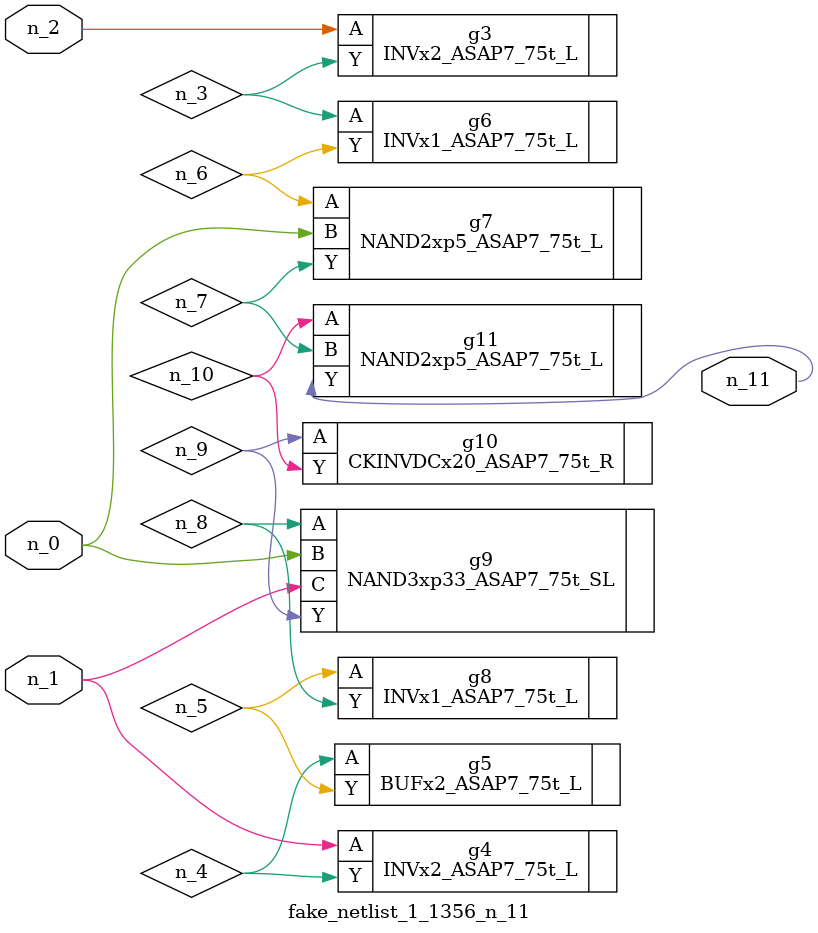
<source format=v>
module fake_netlist_1_1356_n_11 (n_1, n_2, n_0, n_11);
input n_1;
input n_2;
input n_0;
output n_11;
wire n_6;
wire n_4;
wire n_3;
wire n_9;
wire n_5;
wire n_8;
wire n_10;
wire n_7;
INVx2_ASAP7_75t_L g3 ( .A(n_2), .Y(n_3) );
INVx2_ASAP7_75t_L g4 ( .A(n_1), .Y(n_4) );
BUFx2_ASAP7_75t_L g5 ( .A(n_4), .Y(n_5) );
INVx1_ASAP7_75t_L g6 ( .A(n_3), .Y(n_6) );
NAND2xp5_ASAP7_75t_L g7 ( .A(n_6), .B(n_0), .Y(n_7) );
INVx1_ASAP7_75t_L g8 ( .A(n_5), .Y(n_8) );
NAND3xp33_ASAP7_75t_SL g9 ( .A(n_8), .B(n_0), .C(n_1), .Y(n_9) );
CKINVDCx20_ASAP7_75t_R g10 ( .A(n_9), .Y(n_10) );
NAND2xp5_ASAP7_75t_L g11 ( .A(n_10), .B(n_7), .Y(n_11) );
endmodule
</source>
